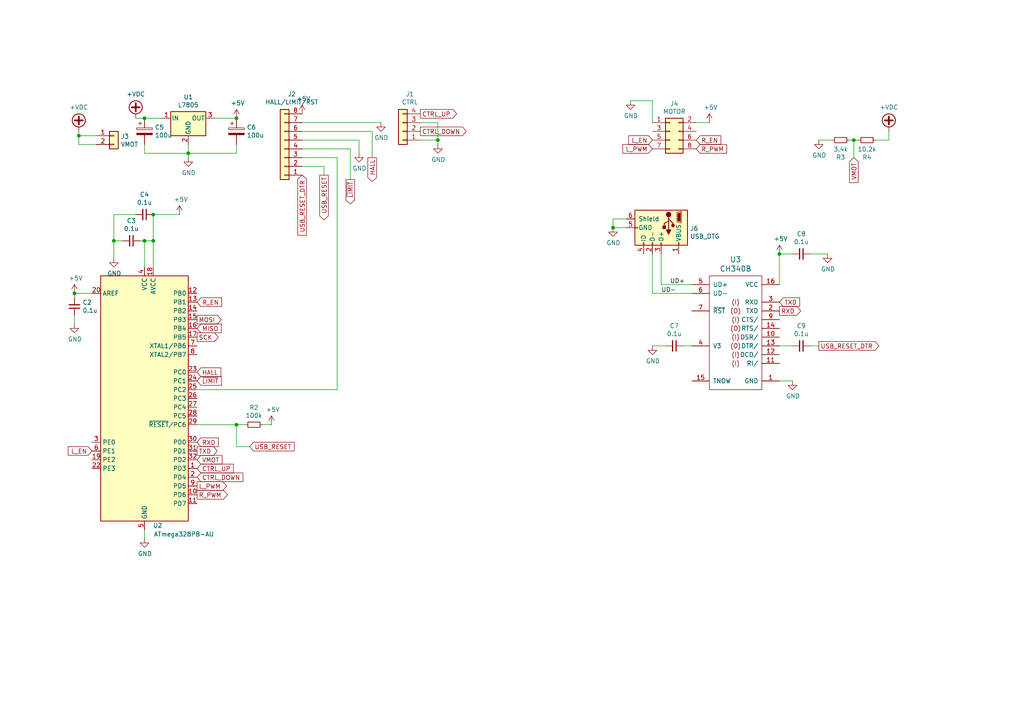
<source format=kicad_sch>
(kicad_sch (version 20230121) (generator eeschema)
  (paper "A4")
  (lib_symbols
    (symbol "Connector_Generic:Conn_01x02" (pin_names (offset 1.016) hide)
      (property "Reference" "J" (at 0 2.54 0))
      (property "Value" "Conn_01x02" (at 0 -5.08 0))
      (symbol "Conn_01x02_1_1"
        (rectangle (start -1.27 -2.413) (end 0 -2.667) (stroke (width 0.1524)))
        (rectangle (start -1.27 0.127) (end 0 -0.127) (stroke (width 0.1524)))
        (rectangle (start -1.27 1.27) (end 1.27 -3.81) (stroke (width 0.254)) (fill (type background)))
        (pin passive line (at -5.08 0 0) (length 3.81) (name "Pin_1") (number "1"))
        (pin passive line (at -5.08 -2.54 0) (length 3.81) (name "Pin_2") (number "2"))
      )
    )
    (symbol "Connector_Generic:Conn_01x04" (pin_names (offset 1.016) hide)
      (property "Reference" "J" (at 0 5.08 0))
      (property "Value" "Conn_01x04" (at 0 -7.62 0))
      (symbol "Conn_01x04_1_1"
        (rectangle (start -1.27 -4.953) (end 0 -5.207) (stroke (width 0.1524)))
        (rectangle (start -1.27 -2.413) (end 0 -2.667) (stroke (width 0.1524)))
        (rectangle (start -1.27 0.127) (end 0 -0.127) (stroke (width 0.1524)))
        (rectangle (start -1.27 2.667) (end 0 2.413) (stroke (width 0.1524)))
        (rectangle (start -1.27 3.81) (end 1.27 -6.35) (stroke (width 0.254)) (fill (type background)))
        (pin passive line (at -5.08 2.54 0) (length 3.81) (name "Pin_1") (number "1"))
        (pin passive line (at -5.08 0 0) (length 3.81) (name "Pin_2") (number "2"))
        (pin passive line (at -5.08 -2.54 0) (length 3.81) (name "Pin_3") (number "3"))
        (pin passive line (at -5.08 -5.08 0) (length 3.81) (name "Pin_4") (number "4"))
      )
    )
    (symbol "Connector_Generic:Conn_01x08" (pin_names (offset 1.016) hide)
      (property "Reference" "J" (at 0 10.16 0))
      (property "Value" "Conn_01x08" (at 0 -12.7 0))
      (symbol "Conn_01x08_1_1"
        (rectangle (start -1.27 -10.033) (end 0 -10.287) (stroke (width 0.1524)))
        (rectangle (start -1.27 -7.493) (end 0 -7.747) (stroke (width 0.1524)))
        (rectangle (start -1.27 -4.953) (end 0 -5.207) (stroke (width 0.1524)))
        (rectangle (start -1.27 -2.413) (end 0 -2.667) (stroke (width 0.1524)))
        (rectangle (start -1.27 0.127) (end 0 -0.127) (stroke (width 0.1524)))
        (rectangle (start -1.27 2.667) (end 0 2.413) (stroke (width 0.1524)))
        (rectangle (start -1.27 5.207) (end 0 4.953) (stroke (width 0.1524)))
        (rectangle (start -1.27 7.747) (end 0 7.493) (stroke (width 0.1524)))
        (rectangle (start -1.27 8.89) (end 1.27 -11.43) (stroke (width 0.254)) (fill (type background)))
        (pin passive line (at -5.08 7.62 0) (length 3.81) (name "Pin_1") (number "1"))
        (pin passive line (at -5.08 5.08 0) (length 3.81) (name "Pin_2") (number "2"))
        (pin passive line (at -5.08 2.54 0) (length 3.81) (name "Pin_3") (number "3"))
        (pin passive line (at -5.08 0 0) (length 3.81) (name "Pin_4") (number "4"))
        (pin passive line (at -5.08 -2.54 0) (length 3.81) (name "Pin_5") (number "5"))
        (pin passive line (at -5.08 -5.08 0) (length 3.81) (name "Pin_6") (number "6"))
        (pin passive line (at -5.08 -7.62 0) (length 3.81) (name "Pin_7") (number "7"))
        (pin passive line (at -5.08 -10.16 0) (length 3.81) (name "Pin_8") (number "8"))
      )
    )
    (symbol "Connector_Generic:Conn_02x04_Odd_Even" (pin_names (offset 1.016) hide)
      (property "Reference" "J" (at 1.27 5.08 0))
      (property "Value" "Conn_02x04_Odd_Even" (at 1.27 -7.62 0))
      (symbol "Conn_02x04_Odd_Even_1_1"
        (rectangle (start -1.27 -4.953) (end 0 -5.207) (stroke (width 0.1524)))
        (rectangle (start -1.27 -2.413) (end 0 -2.667) (stroke (width 0.1524)))
        (rectangle (start -1.27 0.127) (end 0 -0.127) (stroke (width 0.1524)))
        (rectangle (start -1.27 2.667) (end 0 2.413) (stroke (width 0.1524)))
        (rectangle (start -1.27 3.81) (end 3.81 -6.35) (stroke (width 0.254)) (fill (type background)))
        (rectangle (start 3.81 -4.953) (end 2.54 -5.207) (stroke (width 0.1524)))
        (rectangle (start 3.81 -2.413) (end 2.54 -2.667) (stroke (width 0.1524)))
        (rectangle (start 3.81 0.127) (end 2.54 -0.127) (stroke (width 0.1524)))
        (rectangle (start 3.81 2.667) (end 2.54 2.413) (stroke (width 0.1524)))
        (pin passive line (at -5.08 2.54 0) (length 3.81) (name "Pin_1") (number "1"))
        (pin passive line (at 7.62 2.54 180) (length 3.81) (name "Pin_2") (number "2"))
        (pin passive line (at -5.08 0 0) (length 3.81) (name "Pin_3") (number "3"))
        (pin passive line (at 7.62 0 180) (length 3.81) (name "Pin_4") (number "4"))
        (pin passive line (at -5.08 -2.54 0) (length 3.81) (name "Pin_5") (number "5"))
        (pin passive line (at 7.62 -2.54 180) (length 3.81) (name "Pin_6") (number "6"))
        (pin passive line (at -5.08 -5.08 0) (length 3.81) (name "Pin_7") (number "7"))
        (pin passive line (at 7.62 -5.08 180) (length 3.81) (name "Pin_8") (number "8"))
      )
    )
    (symbol "Device:C_Small" (pin_numbers hide) (pin_names (offset 0.254) hide)
      (property "Reference" "C" (at 0.254 1.778 0))
      (property "Value" "C_Small" (at 0.254 -2.032 0))
      (symbol "C_Small_0_1"
        (polyline (pts (xy -1.524 -0.508) (xy 1.524 -0.508)) (stroke (width 0.3302)))
        (polyline (pts (xy -1.524 0.508) (xy 1.524 0.508)) (stroke (width 0.3048)))
      )
      (symbol "C_Small_1_1"
        (pin passive line (at 0 2.54 270) (length 2.032) (name "~") (number "1"))
        (pin passive line (at 0 -2.54 90) (length 2.032) (name "~") (number "2"))
      )
    )
    (symbol "Device:R_Small" (pin_numbers hide) (pin_names (offset 0.254) hide)
      (property "Reference" "R" (at 0.762 0.508 0))
      (property "Value" "R_Small" (at 0.762 -1.016 0))
      (symbol "R_Small_0_1"
        (rectangle (start -0.762 1.778) (end 0.762 -1.778) (stroke (width 0.2032)))
      )
      (symbol "R_Small_1_1"
        (pin passive line (at 0 2.54 270) (length 0.762) (name "~") (number "1"))
        (pin passive line (at 0 -2.54 90) (length 0.762) (name "~") (number "2"))
      )
    )
    (symbol "Regulator_Linear:L7805" (pin_names (offset 0.254))
      (property "Reference" "U" (at -3.81 3.175 0))
      (property "Value" "L7805" (at 0 3.175 0))
      (symbol "L7805_0_1"
        (rectangle (start -5.08 1.905) (end 5.08 -5.08) (stroke (width 0.254)) (fill (type background)))
      )
      (symbol "L7805_1_1"
        (pin power_in line (at -7.62 0 0) (length 2.54) (name "IN") (number "1"))
        (pin power_in line (at 0 -7.62 90) (length 2.54) (name "GND") (number "2"))
        (pin power_out line (at 7.62 0 180) (length 2.54) (name "OUT") (number "3"))
      )
    )
    (symbol "kazatsky-rescue:ATmega328PB-AU-MCU_Microchip_ATmega-kazatsky-rescue"
      (property "Reference" "U" (at -12.7 36.83 0))
      (property "Value" "kazatsky-rescue_ATmega328PB-AU-MCU_Microchip_ATmega" (at 2.54 -36.83 0))
      (symbol "ATmega328PB-AU-MCU_Microchip_ATmega-kazatsky-rescue_0_1"
        (rectangle (start -12.7 -35.56) (end 12.7 35.56) (stroke (width 0.254)) (fill (type background)))
      )
      (symbol "ATmega328PB-AU-MCU_Microchip_ATmega-kazatsky-rescue_1_1"
        (pin tri_state line (at 15.24 -20.32 180) (length 2.54) (name "PD3") (number "1"))
        (pin tri_state line (at 15.24 -27.94 180) (length 2.54) (name "PD6") (number "10"))
        (pin tri_state line (at 15.24 -30.48 180) (length 2.54) (name "PD7") (number "11"))
        (pin tri_state line (at 15.24 30.48 180) (length 2.54) (name "PB0") (number "12"))
        (pin tri_state line (at 15.24 27.94 180) (length 2.54) (name "PB1") (number "13"))
        (pin tri_state line (at 15.24 25.4 180) (length 2.54) (name "PB2") (number "14"))
        (pin tri_state line (at 15.24 22.86 180) (length 2.54) (name "PB3") (number "15"))
        (pin tri_state line (at 15.24 20.32 180) (length 2.54) (name "PB4") (number "16"))
        (pin tri_state line (at 15.24 17.78 180) (length 2.54) (name "PB5") (number "17"))
        (pin power_in line (at 2.54 38.1 270) (length 2.54) (name "AVCC") (number "18"))
        (pin tri_state line (at -15.24 -17.78 0) (length 2.54) (name "PE2") (number "19"))
        (pin tri_state line (at 15.24 -22.86 180) (length 2.54) (name "PD4") (number "2"))
        (pin passive line (at -15.24 30.48 0) (length 2.54) (name "AREF") (number "20"))
        (pin passive line (at 0 -38.1 90) (length 2.54) hide (name "GND") (number "21"))
        (pin tri_state line (at -15.24 -20.32 0) (length 2.54) (name "PE3") (number "22"))
        (pin tri_state line (at 15.24 7.62 180) (length 2.54) (name "PC0") (number "23"))
        (pin tri_state line (at 15.24 5.08 180) (length 2.54) (name "PC1") (number "24"))
        (pin tri_state line (at 15.24 2.54 180) (length 2.54) (name "PC2") (number "25"))
        (pin tri_state line (at 15.24 0 180) (length 2.54) (name "PC3") (number "26"))
        (pin tri_state line (at 15.24 -2.54 180) (length 2.54) (name "PC4") (number "27"))
        (pin tri_state line (at 15.24 -5.08 180) (length 2.54) (name "PC5") (number "28"))
        (pin tri_state line (at 15.24 -7.62 180) (length 2.54) (name "~{RESET}/PC6") (number "29"))
        (pin tri_state line (at -15.24 -12.7 0) (length 2.54) (name "PE0") (number "3"))
        (pin tri_state line (at 15.24 -12.7 180) (length 2.54) (name "PD0") (number "30"))
        (pin tri_state line (at 15.24 -15.24 180) (length 2.54) (name "PD1") (number "31"))
        (pin tri_state line (at 15.24 -17.78 180) (length 2.54) (name "PD2") (number "32"))
        (pin power_in line (at 0 38.1 270) (length 2.54) (name "VCC") (number "4"))
        (pin power_in line (at 0 -38.1 90) (length 2.54) (name "GND") (number "5"))
        (pin tri_state line (at -15.24 -15.24 0) (length 2.54) (name "PE1") (number "6"))
        (pin tri_state line (at 15.24 15.24 180) (length 2.54) (name "XTAL1/PB6") (number "7"))
        (pin tri_state line (at 15.24 12.7 180) (length 2.54) (name "XTAL2/PB7") (number "8"))
        (pin tri_state line (at 15.24 -25.4 180) (length 2.54) (name "PD5") (number "9"))
      )
    )
    (symbol "kazatsky-rescue:CH340B-coddingtonbear" (pin_names (offset 1.016))
      (property "Reference" "U" (at 0 -16.51 0))
      (property "Value" "coddingtonbear_CH340B" (at 0 19.05 0))
      (symbol "CH340B-coddingtonbear_0_0"
        (rectangle (start -7.62 17.78) (end 7.62 -15.24))
        (text "(I)" (at 0 -7.62 0) (effects (font (size 1.27 1.27))))
        (text "(I)" (at 0 -5.08 0) (effects (font (size 1.27 1.27))))
        (text "(I)" (at 0 0 0) (effects (font (size 1.27 1.27))))
        (text "(I)" (at 0 5.08 0) (effects (font (size 1.27 1.27))))
        (text "(I)" (at 0 10.16 0) (effects (font (size 1.27 1.27))))
        (text "(O)" (at 0 -2.54 0) (effects (font (size 1.27 1.27))))
        (text "(O)" (at 0 2.54 0) (effects (font (size 1.27 1.27))))
        (text "(O)" (at 0 7.62 0) (effects (font (size 1.27 1.27))))
      )
      (symbol "CH340B-coddingtonbear_1_1"
        (pin power_in line (at 12.7 -12.7 180) (length 5.08) (name "GND") (number "1"))
        (pin input line (at 12.7 0 180) (length 5.08) (name "DSR/") (number "10"))
        (pin input line (at 12.7 -7.62 180) (length 5.08) (name "RI/") (number "11"))
        (pin input line (at 12.7 -5.08 180) (length 5.08) (name "DCD/") (number "12"))
        (pin output line (at 12.7 -2.54 180) (length 5.08) (name "DTR/") (number "13"))
        (pin output line (at 12.7 2.54 180) (length 5.08) (name "RTS/") (number "14"))
        (pin output line (at -12.7 -12.7 0) (length 5.08) (name "TNOW") (number "15"))
        (pin power_in line (at 12.7 15.24 180) (length 5.08) (name "VCC") (number "16"))
        (pin output line (at 12.7 7.62 180) (length 5.08) (name "TXD") (number "2"))
        (pin input line (at 12.7 10.16 180) (length 5.08) (name "RXD") (number "3"))
        (pin power_out line (at -12.7 -2.54 0) (length 5.08) (name "V3") (number "4"))
        (pin bidirectional line (at -12.7 15.24 0) (length 5.08) (name "UD+") (number "5"))
        (pin bidirectional line (at -12.7 12.7 0) (length 5.08) (name "UD-") (number "6"))
        (pin input line (at -12.7 7.62 0) (length 5.08) (name "~{RST}") (number "7"))
        (pin no_connect line (at -12.7 5.08 0) (length 5.08) hide (name "NC") (number "8"))
        (pin input line (at 12.7 5.08 180) (length 5.08) (name "CTS/") (number "9"))
      )
    )
    (symbol "kazatsky-rescue:CP-Device" (pin_numbers hide) (pin_names (offset 0.254))
      (property "Reference" "C" (at 0.635 2.54 0))
      (property "Value" "Device_CP" (at 0.635 -2.54 0))
      (symbol "CP-Device_0_1"
        (rectangle (start -2.286 0.508) (end 2.286 1.016))
        (polyline (pts (xy -1.778 2.286) (xy -0.762 2.286)))
        (polyline (pts (xy -1.27 2.794) (xy -1.27 1.778)))
        (rectangle (start 2.286 -0.508) (end -2.286 -1.016) (fill (type outline)))
      )
      (symbol "CP-Device_1_1"
        (pin passive line (at 0 3.81 270) (length 2.794) (name "~") (number "1"))
        (pin passive line (at 0 -3.81 90) (length 2.794) (name "~") (number "2"))
      )
    )
    (symbol "kazatsky-rescue:USB_OTG-Connector-kazatsky-rescue" (pin_names (offset 1.016))
      (property "Reference" "J" (at -5.08 11.43 0))
      (property "Value" "kazatsky-rescue_USB_OTG-Connector" (at -5.08 8.89 0))
      (symbol "USB_OTG-Connector-kazatsky-rescue_0_1"
        (rectangle (start -5.08 -7.62) (end 5.08 7.62) (stroke (width 0.254)) (fill (type background)))
        (circle (center -3.81 2.159) (radius 0.635) (stroke (width 0.254)) (fill (type outline)))
        (circle (center -0.635 3.429) (radius 0.381) (stroke (width 0.254)) (fill (type outline)))
        (rectangle (start -0.127 -7.62) (end 0.127 -6.858))
        (polyline (pts (xy -1.905 2.159) (xy 0.635 2.159)) (stroke (width 0.254)))
        (polyline (pts (xy -3.175 2.159) (xy -2.54 2.159) (xy -1.27 3.429) (xy -0.635 3.429)) (stroke (width 0.254)))
        (polyline (pts (xy -2.54 2.159) (xy -1.905 2.159) (xy -1.27 0.889) (xy 0 0.889)) (stroke (width 0.254)))
        (polyline (pts (xy 0.635 2.794) (xy 0.635 1.524) (xy 1.905 2.159) (xy 0.635 2.794)) (stroke (width 0.254)) (fill (type outline)))
        (polyline (pts (xy -4.318 5.588) (xy -1.778 5.588) (xy -2.032 4.826) (xy -4.064 4.826) (xy -4.318 5.588)) (fill (type outline)))
        (polyline (pts (xy -4.699 5.842) (xy -4.699 5.588) (xy -4.445 4.826) (xy -4.445 4.572) (xy -1.651 4.572) (xy -1.651 4.826) (xy -1.397 5.588) (xy -1.397 5.842) (xy -4.699 5.842)))
        (rectangle (start 0.254 1.27) (end -0.508 0.508) (stroke (width 0.254)) (fill (type outline)))
        (rectangle (start 5.08 -5.207) (end 4.318 -4.953))
        (rectangle (start 5.08 -2.667) (end 4.318 -2.413))
        (rectangle (start 5.08 -0.127) (end 4.318 0.127))
        (rectangle (start 5.08 4.953) (end 4.318 5.207))
      )
      (symbol "USB_OTG-Connector-kazatsky-rescue_1_1"
        (pin power_in line (at 7.62 5.08 180) (length 2.54) (name "VBUS") (number "1"))
        (pin passive line (at 7.62 -2.54 180) (length 2.54) (name "D-") (number "2"))
        (pin passive line (at 7.62 0 180) (length 2.54) (name "D+") (number "3"))
        (pin passive line (at 7.62 -5.08 180) (length 2.54) (name "ID") (number "4"))
        (pin power_in line (at 0 -10.16 90) (length 2.54) (name "GND") (number "5"))
        (pin passive line (at -2.54 -10.16 90) (length 2.54) (name "Shield") (number "6"))
      )
    )
    (symbol "power:+5V" (power) (pin_names (offset 0))
      (property "Value" "+5V" (at 0 3.556 0))
      (symbol "+5V_0_1"
        (polyline (pts (xy -0.762 1.27) (xy 0 2.54)))
        (polyline (pts (xy 0 0) (xy 0 2.54)))
        (polyline (pts (xy 0 2.54) (xy 0.762 1.27)))
      )
      (symbol "+5V_1_1"
        (pin power_in line (at 0 0 90) (length 0) hide (name "+5V") (number "1"))
      )
    )
    (symbol "power:+VDC" (power) (pin_names (offset 0))
      (property "Value" "+VDC" (at 0 6.35 0))
      (symbol "+VDC_0_1"
        (polyline (pts (xy -1.143 3.175) (xy 1.143 3.175)) (stroke (width 0.508)))
        (polyline (pts (xy 0 0) (xy 0 1.27)))
        (polyline (pts (xy 0 2.032) (xy 0 4.318)) (stroke (width 0.508)))
        (circle (center 0 3.175) (radius 1.905) (stroke (width 0.254)))
      )
      (symbol "+VDC_1_1"
        (pin power_in line (at 0 0 90) (length 0) hide (name "+VDC") (number "1"))
      )
    )
    (symbol "power:GND" (power) (pin_names (offset 0))
      (property "Value" "GND" (at 0 -3.81 0))
      (symbol "GND_0_1"
        (polyline (pts (xy 0 0) (xy 0 -1.27) (xy 1.27 -1.27) (xy 0 -2.54) (xy -1.27 -1.27) (xy 0 -1.27)))
      )
      (symbol "GND_1_1"
        (pin power_in line (at 0 0 270) (length 0) hide (name "GND") (number "1"))
      )
    )
  )
  (junction (at 177.8 66.04))
  (junction (at 127 40.64))
  (junction (at 33.02 69.85))
  (junction (at 226.06 73.66))
  (junction (at 41.91 34.29))
  (junction (at 247.65 40.64))
  (junction (at 44.45 62.23))
  (junction (at 41.91 69.85))
  (junction (at 54.61 44.45))
  (junction (at 68.58 34.29))
  (junction (at 68.58 123.19))
  (junction (at 21.59 85.09))
  (junction (at 44.45 69.85))
  (junction (at 22.86 39.37))
  (wire (pts (xy 27.94 41.91) (xy 22.86 41.91)))
  (wire (pts (xy 191.77 82.55) (xy 191.77 73.66)))
  (wire (pts (xy 22.86 41.91) (xy 22.86 39.37)))
  (wire (pts (xy 104.14 40.64) (xy 104.14 44.45)))
  (wire (pts (xy 177.8 63.5) (xy 177.8 66.04)))
  (wire (pts (xy 33.02 69.85) (xy 35.56 69.85)))
  (wire (pts (xy 41.91 77.47) (xy 41.91 69.85)))
  (wire (pts (xy 234.95 100.33) (xy 237.49 100.33)))
  (wire (pts (xy 21.59 85.09) (xy 21.59 86.36)))
  (wire (pts (xy 181.61 63.5) (xy 177.8 63.5)))
  (wire (pts (xy 87.63 43.18) (xy 101.6 43.18)))
  (wire (pts (xy 226.06 110.49) (xy 229.87 110.49)))
  (wire (pts (xy 44.45 69.85) (xy 44.45 62.23)))
  (wire (pts (xy 87.63 38.1) (xy 107.95 38.1)))
  (wire (pts (xy 247.65 40.64) (xy 247.65 45.72)))
  (wire (pts (xy 78.74 123.19) (xy 76.2 123.19)))
  (wire (pts (xy 33.02 74.93) (xy 33.02 69.85)))
  (wire (pts (xy 127 35.56) (xy 127 40.64)))
  (wire (pts (xy 33.02 62.23) (xy 33.02 69.85)))
  (wire (pts (xy 68.58 41.91) (xy 68.58 44.45)))
  (wire (pts (xy 189.23 100.33) (xy 193.04 100.33)))
  (wire (pts (xy 44.45 77.47) (xy 44.45 69.85)))
  (wire (pts (xy 72.39 129.54) (xy 68.58 129.54)))
  (wire (pts (xy 26.67 85.09) (xy 21.59 85.09)))
  (wire (pts (xy 52.07 62.23) (xy 44.45 62.23)))
  (wire (pts (xy 41.91 69.85) (xy 40.64 69.85)))
  (wire (pts (xy 229.87 73.66) (xy 226.06 73.66)))
  (wire (pts (xy 121.92 35.56) (xy 127 35.56)))
  (wire (pts (xy 201.93 35.56) (xy 205.74 35.56)))
  (wire (pts (xy 68.58 44.45) (xy 54.61 44.45)))
  (wire (pts (xy 87.63 40.64) (xy 104.14 40.64)))
  (wire (pts (xy 97.79 45.72) (xy 97.79 113.03)))
  (wire (pts (xy 127 40.64) (xy 127 41.91)))
  (wire (pts (xy 246.38 40.64) (xy 247.65 40.64)))
  (wire (pts (xy 198.12 100.33) (xy 200.66 100.33)))
  (wire (pts (xy 226.06 82.55) (xy 226.06 73.66)))
  (wire (pts (xy 200.66 85.09) (xy 189.23 85.09)))
  (wire (pts (xy 234.95 73.66) (xy 240.03 73.66)))
  (wire (pts (xy 87.63 48.26) (xy 93.98 48.26)))
  (wire (pts (xy 257.81 40.64) (xy 254 40.64)))
  (wire (pts (xy 121.92 40.64) (xy 127 40.64)))
  (wire (pts (xy 57.15 123.19) (xy 68.58 123.19)))
  (wire (pts (xy 68.58 123.19) (xy 68.58 129.54)))
  (wire (pts (xy 97.79 45.72) (xy 87.63 45.72)))
  (wire (pts (xy 41.91 156.21) (xy 41.91 153.67)))
  (wire (pts (xy 21.59 91.44) (xy 21.59 93.98)))
  (wire (pts (xy 189.23 85.09) (xy 189.23 73.66)))
  (wire (pts (xy 87.63 35.56) (xy 110.49 35.56)))
  (wire (pts (xy 46.99 34.29) (xy 41.91 34.29)))
  (wire (pts (xy 237.49 40.64) (xy 241.3 40.64)))
  (wire (pts (xy 181.61 66.04) (xy 177.8 66.04)))
  (wire (pts (xy 93.98 48.26) (xy 93.98 50.8)))
  (wire (pts (xy 101.6 43.18) (xy 101.6 52.07)))
  (wire (pts (xy 41.91 44.45) (xy 54.61 44.45)))
  (wire (pts (xy 189.23 29.21) (xy 182.88 29.21)))
  (wire (pts (xy 62.23 34.29) (xy 68.58 34.29)))
  (wire (pts (xy 27.94 39.37) (xy 22.86 39.37)))
  (wire (pts (xy 107.95 45.72) (xy 107.95 38.1)))
  (wire (pts (xy 200.66 82.55) (xy 191.77 82.55)))
  (wire (pts (xy 39.37 62.23) (xy 33.02 62.23)))
  (wire (pts (xy 257.81 38.1) (xy 257.81 40.64)))
  (wire (pts (xy 22.86 39.37) (xy 22.86 38.1)))
  (wire (pts (xy 41.91 41.91) (xy 41.91 44.45)))
  (wire (pts (xy 229.87 100.33) (xy 226.06 100.33)))
  (wire (pts (xy 247.65 40.64) (xy 248.92 40.64)))
  (wire (pts (xy 54.61 41.91) (xy 54.61 44.45)))
  (wire (pts (xy 68.58 123.19) (xy 71.12 123.19)))
  (wire (pts (xy 189.23 35.56) (xy 189.23 29.21)))
  (wire (pts (xy 41.91 34.29) (xy 39.37 34.29)))
  (wire (pts (xy 41.91 69.85) (xy 44.45 69.85)))
  (wire (pts (xy 57.15 113.03) (xy 97.79 113.03)))
  (wire (pts (xy 54.61 44.45) (xy 54.61 45.72)))
  (label "UD+" (at 194.31 82.55 0))
  (label "UD-" (at 191.77 85.09 0))
  (global_label "CTRL_UP" (shape input) (at 57.15 135.89 0) (property "Intersheetrefs" "${INTERSHEET_REFS}" (effects hide)))
  (global_label "~{LIMIT}" (shape output) (at 101.6 52.07 270) (property "Intersheetrefs" "${INTERSHEET_REFS}" (effects hide)))
  (global_label "L_PWM" (shape output) (at 57.15 140.97 0) (property "Intersheetrefs" "${INTERSHEET_REFS}" (effects hide)))
  (global_label "R_PWM" (shape output) (at 57.15 143.51 0) (property "Intersheetrefs" "${INTERSHEET_REFS}" (effects hide)))
  (global_label "RXD" (shape input) (at 57.15 128.27 0) (property "Intersheetrefs" "${INTERSHEET_REFS}" (effects hide)))
  (global_label "L_EN" (shape input) (at 189.23 40.64 180) (property "Intersheetrefs" "${INTERSHEET_REFS}" (effects hide)))
  (global_label "R_PWM" (shape input) (at 201.93 43.18 0) (property "Intersheetrefs" "${INTERSHEET_REFS}" (effects hide)))
  (global_label "USB_RESET" (shape output) (at 93.98 50.8 270) (property "Intersheetrefs" "${INTERSHEET_REFS}" (effects hide)))
  (global_label "R_EN" (shape input) (at 57.15 87.63 0) (property "Intersheetrefs" "${INTERSHEET_REFS}" (effects hide)))
  (global_label "MOSI" (shape output) (at 57.15 92.71 0) (property "Intersheetrefs" "${INTERSHEET_REFS}" (effects hide)))
  (global_label "TXD" (shape input) (at 226.06 87.63 0) (property "Intersheetrefs" "${INTERSHEET_REFS}" (effects hide)))
  (global_label "R_EN" (shape input) (at 201.93 40.64 0) (property "Intersheetrefs" "${INTERSHEET_REFS}" (effects hide)))
  (global_label "USB_RESET_DTR" (shape output) (at 237.49 100.33 0) (property "Intersheetrefs" "${INTERSHEET_REFS}" (effects hide)))
  (global_label "VMOT" (shape input) (at 57.15 133.35 0) (property "Intersheetrefs" "${INTERSHEET_REFS}" (effects hide)))
  (global_label "L_EN" (shape input) (at 26.67 130.81 180) (property "Intersheetrefs" "${INTERSHEET_REFS}" (effects hide)))
  (global_label "HALL" (shape input) (at 57.15 107.95 0) (property "Intersheetrefs" "${INTERSHEET_REFS}" (effects hide)))
  (global_label "RXD" (shape output) (at 226.06 90.17 0) (property "Intersheetrefs" "${INTERSHEET_REFS}" (effects hide)))
  (global_label "CTRL_UP" (shape output) (at 121.92 33.02 0) (property "Intersheetrefs" "${INTERSHEET_REFS}" (effects hide)))
  (global_label "TXD" (shape output) (at 57.15 130.81 0) (property "Intersheetrefs" "${INTERSHEET_REFS}" (effects hide)))
  (global_label "CTRL_DOWN" (shape output) (at 121.92 38.1 0) (property "Intersheetrefs" "${INTERSHEET_REFS}" (effects hide)))
  (global_label "USB_RESET_DTR" (shape input) (at 87.63 50.8 270) (property "Intersheetrefs" "${INTERSHEET_REFS}" (effects hide)))
  (global_label "SCK" (shape output) (at 57.15 97.79 0) (property "Intersheetrefs" "${INTERSHEET_REFS}" (effects hide)))
  (global_label "MISO" (shape input) (at 57.15 95.25 0) (property "Intersheetrefs" "${INTERSHEET_REFS}" (effects hide)))
  (global_label "USB_RESET" (shape input) (at 72.39 129.54 0) (property "Intersheetrefs" "${INTERSHEET_REFS}" (effects hide)))
  (global_label "~{LIMIT}" (shape input) (at 57.15 110.49 0) (property "Intersheetrefs" "${INTERSHEET_REFS}" (effects hide)))
  (global_label "VMOT" (shape input) (at 247.65 45.72 270) (property "Intersheetrefs" "${INTERSHEET_REFS}" (effects hide)))
  (global_label "L_PWM" (shape input) (at 189.23 43.18 180) (property "Intersheetrefs" "${INTERSHEET_REFS}" (effects hide)))
  (global_label "HALL" (shape output) (at 107.95 45.72 270) (property "Intersheetrefs" "${INTERSHEET_REFS}" (effects hide)))
  (global_label "CTRL_DOWN" (shape input) (at 57.15 138.43 0) (property "Intersheetrefs" "${INTERSHEET_REFS}" (effects hide)))
  (symbol (lib_id "kazatsky-rescue:ATmega328PB-AU-MCU_Microchip_ATmega-kazatsky-rescue") (at 41.91 115.57 0) (unit 1)
    (property "Reference" "U2" (at 45.72 152.4 0))
    (property "Value" "ATmega328PB-AU" (at 53.34 154.94 0))
    (property "Footprint" "Package_QFP:TQFP-32_7x7mm_P0.8mm" (effects hide))
    (property "Datasheet" "http://ww1.microchip.com/downloads/en/DeviceDoc/40001906C.pdf" (effects hide))
  )
  (symbol (lib_id "Regulator_Linear:L7805") (at 54.61 34.29 0) (unit 1)
    (property "Reference" "U1" (at 54.61 28.1432 0))
    (property "Value" "L7805" (at 54.61 30.4546 0))
    (property "Footprint" "Package_TO_SOT_THT:TO-220-3_Vertical" (effects hide))
    (property "Datasheet" "http://www.st.com/content/ccc/resource/technical/document/datasheet/41/4f/b3/b0/12/d4/47/88/CD00000444.pdf/files/CD00000444.pdf/jcr:content/translations/en.CD00000444.pdf" (effects hide))
  )
  (symbol (lib_id "power:GND") (at 54.61 45.72 0) (unit 1)
    (property "Reference" "#PWR0101" (effects hide))
    (property "Value" "GND" (at 54.737 50.1142 0))
  )
  (symbol (lib_id "power:+VDC") (at 39.37 34.29 0) (unit 1)
    (property "Reference" "#PWR0102" (effects hide))
    (property "Value" "+VDC" (at 39.37 27.305 0))
  )
  (symbol (lib_id "power:+5V") (at 68.58 34.29 0) (unit 1)
    (property "Reference" "#PWR0103" (effects hide))
    (property "Value" "+5V" (at 68.961 29.8958 0))
  )
  (symbol (lib_id "power:+5V") (at 52.07 62.23 0) (unit 1)
    (property "Reference" "#PWR0104" (effects hide))
    (property "Value" "+5V" (at 52.451 57.8358 0))
  )
  (symbol (lib_id "power:GND") (at 33.02 74.93 0) (unit 1)
    (property "Reference" "#PWR0105" (effects hide))
    (property "Value" "GND" (at 33.147 79.3242 0))
  )
  (symbol (lib_id "Device:C_Small") (at 38.1 69.85 270) (unit 1)
    (property "Reference" "C3" (at 38.1 64.0334 90))
    (property "Value" "0.1u" (at 38.1 66.3448 90))
    (property "Footprint" "coddingtonbear:0805_Milling" (effects hide))
  )
  (symbol (lib_id "Device:C_Small") (at 41.91 62.23 270) (unit 1)
    (property "Reference" "C4" (at 41.91 56.4134 90))
    (property "Value" "0.1u" (at 41.91 58.7248 90))
    (property "Footprint" "coddingtonbear:0805_Milling" (effects hide))
  )
  (symbol (lib_id "power:+5V") (at 21.59 85.09 0) (unit 1)
    (property "Reference" "#PWR0106" (effects hide))
    (property "Value" "+5V" (at 21.971 80.6958 0))
  )
  (symbol (lib_id "Device:C_Small") (at 21.59 88.9 180) (unit 1)
    (property "Reference" "C2" (at 23.9268 87.7316 0) (effects (justify right)))
    (property "Value" "0.1u" (at 23.9268 90.043 0) (effects (justify right)))
    (property "Footprint" "coddingtonbear:0805_Milling" (effects hide))
  )
  (symbol (lib_id "power:GND") (at 21.59 93.98 0) (unit 1)
    (property "Reference" "#PWR0107" (effects hide))
    (property "Value" "GND" (at 21.717 98.3742 0))
  )
  (symbol (lib_id "power:GND") (at 41.91 156.21 0) (unit 1)
    (property "Reference" "#PWR0108" (effects hide))
    (property "Value" "GND" (at 42.037 160.6042 0))
  )
  (symbol (lib_id "power:+5V") (at 78.74 123.19 0) (unit 1)
    (property "Reference" "#PWR0110" (effects hide))
    (property "Value" "+5V" (at 79.121 118.7958 0))
  )
  (symbol (lib_id "Connector_Generic:Conn_01x02") (at 33.02 39.37 0) (unit 1)
    (property "Reference" "J3" (at 35.0266 39.5732 0) (effects (justify left)))
    (property "Value" "VMOT" (at 35.0266 41.8846 0) (effects (justify left)))
    (property "Footprint" "TerminalBlock:TerminalBlock_bornier-2_P5.08mm" (effects hide))
  )
  (symbol (lib_id "power:+VDC") (at 22.86 38.1 0) (unit 1)
    (property "Reference" "#PWR0120" (effects hide))
    (property "Value" "+VDC" (at 22.86 31.115 0))
  )
  (symbol (lib_id "power:+5V") (at 226.06 73.66 0) (unit 1)
    (property "Reference" "#PWR0111" (effects hide))
    (property "Value" "+5V" (at 226.441 69.2658 0))
  )
  (symbol (lib_id "Device:C_Small") (at 232.41 73.66 270) (unit 1)
    (property "Reference" "C8" (at 232.41 67.8434 90))
    (property "Value" "0.1u" (at 232.41 70.1548 90))
    (property "Footprint" "coddingtonbear:0805_Milling" (effects hide))
  )
  (symbol (lib_id "power:GND") (at 240.03 73.66 0) (unit 1)
    (property "Reference" "#PWR0112" (effects hide))
    (property "Value" "GND" (at 240.157 78.0542 0))
  )
  (symbol (lib_id "power:GND") (at 189.23 100.33 0) (unit 1)
    (property "Reference" "#PWR0113" (effects hide))
    (property "Value" "GND" (at 189.357 104.7242 0))
  )
  (symbol (lib_id "Device:C_Small") (at 195.58 100.33 270) (unit 1)
    (property "Reference" "C7" (at 195.58 94.5134 90))
    (property "Value" "0.1u" (at 195.58 96.8248 90))
    (property "Footprint" "coddingtonbear:0805_Milling" (effects hide))
  )
  (symbol (lib_id "power:GND") (at 229.87 110.49 0) (unit 1)
    (property "Reference" "#PWR0114" (effects hide))
    (property "Value" "GND" (at 229.997 114.8842 0))
  )
  (symbol (lib_id "Connector_Generic:Conn_01x04") (at 116.84 38.1 180) (unit 1)
    (property "Reference" "J1" (at 118.872 27.305 0))
    (property "Value" "CTRL" (at 118.872 29.6164 0))
    (property "Footprint" "TerminalBlock:TerminalBlock_bornier-4_P5.08mm" (effects hide))
  )
  (symbol (lib_id "power:GND") (at 127 41.91 0) (unit 1)
    (property "Reference" "#PWR0121" (effects hide))
    (property "Value" "GND" (at 127.127 46.3042 0))
  )
  (symbol (lib_id "kazatsky-rescue:USB_OTG-Connector-kazatsky-rescue") (at 191.77 66.04 270) (unit 1)
    (property "Reference" "J6" (at 200.152 66.2686 90) (effects (justify left)))
    (property "Value" "USB_OTG" (at 200.152 68.58 90) (effects (justify left)))
    (property "Footprint" "coddingtonbear:UJ2-MIBH-4-SMT" (effects hide))
    (property "Datasheet" " ~" (effects hide))
  )
  (symbol (lib_id "power:GND") (at 177.8 66.04 0) (unit 1)
    (property "Reference" "#PWR0115" (effects hide))
    (property "Value" "GND" (at 177.927 70.4342 0))
  )
  (symbol (lib_id "Device:R_Small") (at 73.66 123.19 270) (unit 1)
    (property "Reference" "R2" (at 73.66 118.2116 90))
    (property "Value" "100k" (at 73.66 120.523 90))
    (property "Footprint" "coddingtonbear:0805_Milling" (effects hide))
  )
  (symbol (lib_id "power:+5V") (at 87.63 33.02 0) (unit 1)
    (property "Reference" "#PWR0122" (effects hide))
    (property "Value" "+5V" (at 88.011 28.6258 0))
  )
  (symbol (lib_id "Device:C_Small") (at 232.41 100.33 270) (unit 1)
    (property "Reference" "C9" (at 232.41 94.5134 90))
    (property "Value" "0.1u" (at 232.41 96.8248 90))
    (property "Footprint" "coddingtonbear:0805_Milling" (effects hide))
  )
  (symbol (lib_id "power:GND") (at 110.49 35.56 0) (unit 1)
    (property "Reference" "#PWR0123" (effects hide))
    (property "Value" "GND" (at 110.617 39.9542 0))
  )
  (symbol (lib_id "Connector_Generic:Conn_02x04_Odd_Even") (at 194.31 38.1 0) (unit 1)
    (property "Reference" "J4" (at 195.58 30.0482 0))
    (property "Value" "MOTOR" (at 195.58 32.3596 0))
    (property "Footprint" "Connector_PinHeader_2.54mm:PinHeader_2x04_P2.54mm_Vertical" (effects hide))
  )
  (symbol (lib_id "power:+5V") (at 205.74 35.56 0) (unit 1)
    (property "Reference" "#PWR0118" (effects hide))
    (property "Value" "+5V" (at 206.121 31.1658 0))
  )
  (symbol (lib_id "power:GND") (at 182.88 29.21 0) (unit 1)
    (property "Reference" "#PWR0119" (effects hide))
    (property "Value" "GND" (at 183.007 33.6042 0))
  )
  (symbol (lib_id "power:+VDC") (at 257.81 38.1 0) (unit 1)
    (property "Reference" "#PWR0124" (effects hide))
    (property "Value" "+VDC" (at 257.81 31.115 0))
  )
  (symbol (lib_id "Device:R_Small") (at 251.46 40.64 90) (unit 1)
    (property "Reference" "R4" (at 251.46 45.6184 90))
    (property "Value" "10.2k" (at 251.46 43.307 90))
    (property "Footprint" "coddingtonbear:0805_Milling" (effects hide))
  )
  (symbol (lib_id "Device:R_Small") (at 243.84 40.64 90) (unit 1)
    (property "Reference" "R3" (at 243.84 45.6184 90))
    (property "Value" "3.4k" (at 243.84 43.307 90))
    (property "Footprint" "coddingtonbear:0805_Milling" (effects hide))
  )
  (symbol (lib_id "power:GND") (at 237.49 40.64 0) (unit 1)
    (property "Reference" "#PWR0125" (effects hide))
    (property "Value" "GND" (at 237.617 45.0342 0))
  )
  (symbol (lib_id "kazatsky-rescue:CH340B-coddingtonbear") (at 213.36 97.79 0) (unit 1)
    (property "Reference" "U3" (at 213.36 75.2602 0) (effects (font (size 1.524 1.524))))
    (property "Value" "CH340B" (at 213.36 77.9526 0) (effects (font (size 1.524 1.524))))
    (property "Footprint" "Package_SO:SOIC-16_4.55x10.3mm_P1.27mm" (effects hide))
  )
  (symbol (lib_id "Connector_Generic:Conn_01x08") (at 82.55 43.18 180) (unit 1)
    (property "Reference" "J2" (at 84.6328 27.305 0))
    (property "Value" "HALL/LIMIT/RST" (at 84.6328 29.6164 0))
    (property "Footprint" "TerminalBlock_RND:TerminalBlock_RND_205-00238_1x08_P5.08mm_Horizontal" (effects hide))
  )
  (symbol (lib_id "power:GND") (at 104.14 44.45 0) (unit 1)
    (property "Reference" "#PWR0109" (effects hide))
    (property "Value" "GND" (at 104.267 48.8442 0))
  )
  (symbol (lib_id "kazatsky-rescue:CP-Device") (at 41.91 38.1 0) (unit 1)
    (property "Reference" "C5" (at 44.9072 36.9316 0) (effects (justify left)))
    (property "Value" "100u" (at 44.9072 39.243 0) (effects (justify left)))
    (property "Footprint" "Capacitor_SMD:CP_Elec_6.3x5.4" (effects hide))
  )
  (symbol (lib_id "kazatsky-rescue:CP-Device") (at 68.58 38.1 0) (unit 1)
    (property "Reference" "C6" (at 71.5772 36.9316 0) (effects (justify left)))
    (property "Value" "100u" (at 71.5772 39.243 0) (effects (justify left)))
    (property "Footprint" "Capacitor_SMD:CP_Elec_6.3x5.4" (effects hide))
  )
)
</source>
